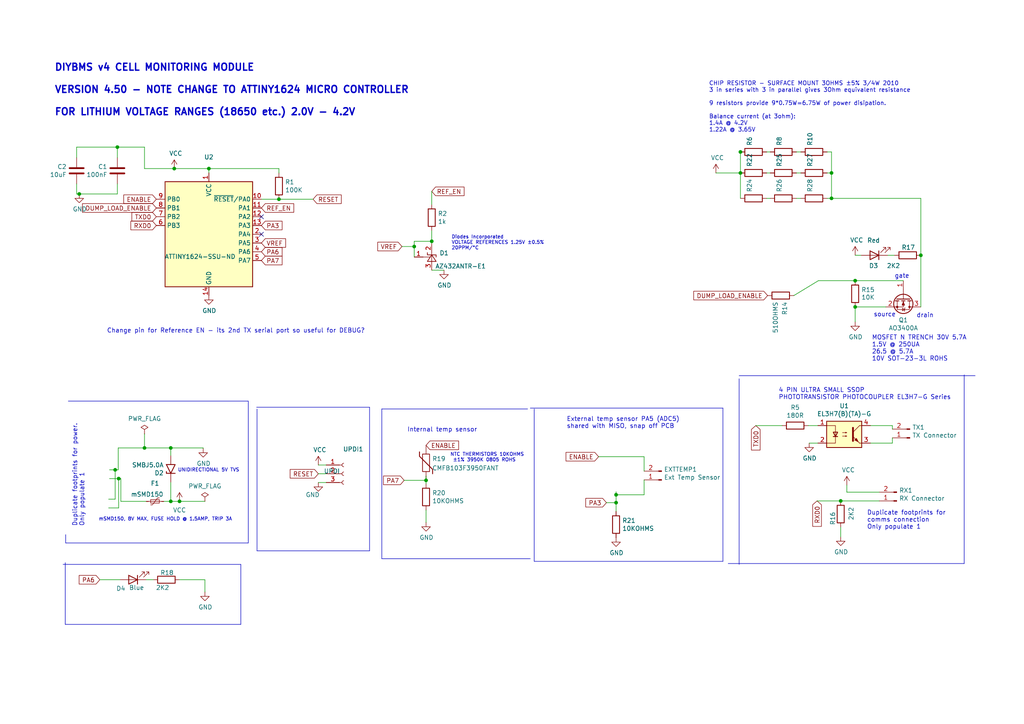
<source format=kicad_sch>
(kicad_sch (version 20230121) (generator eeschema)
  (paper "A4")
  (title_block (title "DIYBMS cell monitoring module") (date "2021-01-31") (rev "4.5") (company "Stuart Pittaway"))
  (lib_symbols
    (symbol "Device:C" (pin_numbers hide) (pin_names (offset 0.254))
      (property "Reference" "C" (at 0.635 2.54 0))
      (property "Value" "C" (at 0.635 -2.54 0))
      (symbol "C_0_1"
        (polyline (pts (xy -2.032 -0.762) (xy 2.032 -0.762)) (stroke (width 0.508)))
        (polyline (pts (xy -2.032 0.762) (xy 2.032 0.762)) (stroke (width 0.508)))
      )
      (symbol "C_1_1"
        (pin passive line (at 0 3.81 270) (length 2.794) (name "~") (number "1"))
        (pin passive line (at 0 -3.81 90) (length 2.794) (name "~") (number "2"))
      )
    )
    (symbol "Device:LED" (pin_numbers hide) (pin_names (offset 1.016) hide)
      (property "Reference" "D" (at 0 2.54 0))
      (property "Value" "LED" (at 0 -2.54 0))
      (symbol "LED_0_1"
        (polyline (pts (xy -1.27 -1.27) (xy -1.27 1.27)) (stroke (width 0.254)))
        (polyline (pts (xy -1.27 0) (xy 1.27 0)))
        (polyline (pts (xy 1.27 -1.27) (xy 1.27 1.27) (xy -1.27 0) (xy 1.27 -1.27)) (stroke (width 0.254)))
        (polyline (pts (xy -3.048 -0.762) (xy -4.572 -2.286) (xy -3.81 -2.286) (xy -4.572 -2.286) (xy -4.572 -1.524)))
        (polyline (pts (xy -1.778 -0.762) (xy -3.302 -2.286) (xy -2.54 -2.286) (xy -3.302 -2.286) (xy -3.302 -1.524)))
      )
      (symbol "LED_1_1"
        (pin passive line (at -3.81 0 0) (length 2.54) (name "K") (number "1"))
        (pin passive line (at 3.81 0 180) (length 2.54) (name "A") (number "2"))
      )
    )
    (symbol "Device:Polyfuse_Small" (pin_numbers hide) (pin_names (offset 0))
      (property "Reference" "F" (at -1.905 0 90))
      (property "Value" "Polyfuse_Small" (at 1.905 0 90))
      (symbol "Polyfuse_Small_0_1"
        (rectangle (start -0.508 1.27) (end 0.508 -1.27))
        (polyline (pts (xy 0 2.54) (xy 0 -2.54)))
        (polyline (pts (xy -1.016 1.27) (xy -1.016 0.762) (xy 1.016 -0.762) (xy 1.016 -1.27)))
      )
      (symbol "Polyfuse_Small_1_1"
        (pin passive line (at 0 2.54 270) (length 0.635) (name "~") (number "1"))
        (pin passive line (at 0 -2.54 90) (length 0.635) (name "~") (number "2"))
      )
    )
    (symbol "Device:Q_NMOS_GSD" (pin_names (offset 0) hide)
      (property "Reference" "Q" (at 5.08 1.27 0))
      (property "Value" "Q_NMOS_GSD" (at 5.08 -1.27 0))
      (symbol "Q_NMOS_GSD_0_1"
        (polyline (pts (xy 0.254 0) (xy -2.54 0)))
        (polyline (pts (xy 0.254 1.905) (xy 0.254 -1.905)) (stroke (width 0.254)))
        (polyline (pts (xy 0.762 -1.27) (xy 0.762 -2.286)) (stroke (width 0.254)))
        (polyline (pts (xy 0.762 0.508) (xy 0.762 -0.508)) (stroke (width 0.254)))
        (polyline (pts (xy 0.762 2.286) (xy 0.762 1.27)) (stroke (width 0.254)))
        (polyline (pts (xy 2.54 2.54) (xy 2.54 1.778)))
        (polyline (pts (xy 2.54 -2.54) (xy 2.54 0) (xy 0.762 0)))
        (polyline (pts (xy 0.762 -1.778) (xy 3.302 -1.778) (xy 3.302 1.778) (xy 0.762 1.778)))
        (polyline (pts (xy 1.016 0) (xy 2.032 0.381) (xy 2.032 -0.381) (xy 1.016 0)) (fill (type outline)))
        (polyline (pts (xy 2.794 0.508) (xy 2.921 0.381) (xy 3.683 0.381) (xy 3.81 0.254)))
        (polyline (pts (xy 3.302 0.381) (xy 2.921 -0.254) (xy 3.683 -0.254) (xy 3.302 0.381)))
        (circle (center 1.651 0) (radius 2.794) (stroke (width 0.254)))
        (circle (center 2.54 -1.778) (radius 0.254) (fill (type outline)))
        (circle (center 2.54 1.778) (radius 0.254) (fill (type outline)))
      )
      (symbol "Q_NMOS_GSD_1_1"
        (pin input line (at -5.08 0 0) (length 2.54) (name "G") (number "1"))
        (pin passive line (at 2.54 -5.08 90) (length 2.54) (name "S") (number "2"))
        (pin passive line (at 2.54 5.08 270) (length 2.54) (name "D") (number "3"))
      )
    )
    (symbol "Device:R" (pin_numbers hide) (pin_names (offset 0))
      (property "Reference" "R" (at 2.032 0 90))
      (property "Value" "R" (at 0 0 90))
      (symbol "R_0_1"
        (rectangle (start -1.016 -2.54) (end 1.016 2.54) (stroke (width 0.254)))
      )
      (symbol "R_1_1"
        (pin passive line (at 0 3.81 270) (length 1.27) (name "~") (number "1"))
        (pin passive line (at 0 -3.81 90) (length 1.27) (name "~") (number "2"))
      )
    )
    (symbol "Device:Thermistor" (pin_numbers hide) (pin_names (offset 0))
      (property "Reference" "TH" (at 2.54 1.27 90))
      (property "Value" "Thermistor" (at -2.54 0 90))
      (symbol "Thermistor_0_1"
        (rectangle (start -1.016 2.54) (end 1.016 -2.54) (stroke (width 0.2032)))
        (polyline (pts (xy -1.905 3.175) (xy -1.905 1.905) (xy 1.905 -1.905) (xy 1.905 -3.175) (xy 1.905 -3.175)) (stroke (width 0.254)))
      )
      (symbol "Thermistor_1_1"
        (pin passive line (at 0 5.08 270) (length 2.54) (name "~") (number "1"))
        (pin passive line (at 0 -5.08 90) (length 2.54) (name "~") (number "2"))
      )
    )
    (symbol "Diode:SM6T6V8A" (pin_numbers hide) (pin_names (offset 1.016) hide)
      (property "Reference" "D" (at 0 2.54 0))
      (property "Value" "SM6T6V8A" (at 0 -2.54 0))
      (symbol "SM6T6V8A_0_1"
        (polyline (pts (xy -0.762 1.27) (xy -1.27 1.27) (xy -1.27 -1.27)) (stroke (width 0.254)))
        (polyline (pts (xy 1.27 1.27) (xy 1.27 -1.27) (xy -1.27 0) (xy 1.27 1.27)) (stroke (width 0.254)))
      )
      (symbol "SM6T6V8A_1_1"
        (pin passive line (at -3.81 0 0) (length 2.54) (name "A1") (number "1"))
        (pin passive line (at 3.81 0 180) (length 2.54) (name "A2") (number "2"))
      )
    )
    (symbol "Isolator:PC817" (pin_names (offset 1.016))
      (property "Reference" "U" (at -5.08 5.08 0))
      (property "Value" "PC817" (at 0 5.08 0))
      (symbol "PC817_0_1"
        (rectangle (start -5.08 3.81) (end 5.08 -3.81) (stroke (width 0.254)) (fill (type background)))
        (polyline (pts (xy -3.175 -0.635) (xy -1.905 -0.635)) (stroke (width 0.254)))
        (polyline (pts (xy 2.54 0.635) (xy 4.445 2.54)))
        (polyline (pts (xy 4.445 -2.54) (xy 2.54 -0.635)) (fill (type outline)))
        (polyline (pts (xy 4.445 -2.54) (xy 5.08 -2.54)))
        (polyline (pts (xy 4.445 2.54) (xy 5.08 2.54)))
        (polyline (pts (xy -5.08 2.54) (xy -2.54 2.54) (xy -2.54 -0.635)))
        (polyline (pts (xy -2.54 -0.635) (xy -2.54 -2.54) (xy -5.08 -2.54)))
        (polyline (pts (xy 2.54 1.905) (xy 2.54 -1.905) (xy 2.54 -1.905)) (stroke (width 0.508)))
        (polyline (pts (xy -2.54 -0.635) (xy -3.175 0.635) (xy -1.905 0.635) (xy -2.54 -0.635)) (stroke (width 0.254)))
        (polyline (pts (xy -0.508 -0.508) (xy 0.762 -0.508) (xy 0.381 -0.635) (xy 0.381 -0.381) (xy 0.762 -0.508)))
        (polyline (pts (xy -0.508 0.508) (xy 0.762 0.508) (xy 0.381 0.381) (xy 0.381 0.635) (xy 0.762 0.508)))
        (polyline (pts (xy 3.048 -1.651) (xy 3.556 -1.143) (xy 4.064 -2.159) (xy 3.048 -1.651) (xy 3.048 -1.651)) (fill (type outline)))
      )
      (symbol "PC817_1_1"
        (pin passive line (at -7.62 2.54 0) (length 2.54) (name "~") (number "1"))
        (pin passive line (at -7.62 -2.54 0) (length 2.54) (name "~") (number "2"))
        (pin passive line (at 7.62 -2.54 180) (length 2.54) (name "~") (number "3"))
        (pin passive line (at 7.62 2.54 180) (length 2.54) (name "~") (number "4"))
      )
    )
    (symbol "MCU_Microchip_ATtiny:ATtiny1614-SS"
      (property "Reference" "U" (at -12.7 16.51 0))
      (property "Value" "ATtiny1614-SS" (at 2.54 -16.51 0))
      (symbol "ATtiny1614-SS_0_1"
        (rectangle (start -12.7 -15.24) (end 12.7 15.24) (stroke (width 0.254)) (fill (type background)))
      )
      (symbol "ATtiny1614-SS_1_1"
        (pin power_in line (at 0 17.78 270) (length 2.54) (name "VCC") (number "1"))
        (pin bidirectional line (at 15.24 10.16 180) (length 2.54) (name "~{RESET}/PA0") (number "10"))
        (pin bidirectional line (at 15.24 7.62 180) (length 2.54) (name "PA1") (number "11"))
        (pin bidirectional line (at 15.24 5.08 180) (length 2.54) (name "PA2") (number "12"))
        (pin bidirectional line (at 15.24 2.54 180) (length 2.54) (name "PA3") (number "13"))
        (pin power_in line (at 0 -17.78 90) (length 2.54) (name "GND") (number "14"))
        (pin bidirectional line (at 15.24 0 180) (length 2.54) (name "PA4") (number "2"))
        (pin bidirectional line (at 15.24 -2.54 180) (length 2.54) (name "PA5") (number "3"))
        (pin bidirectional line (at 15.24 -5.08 180) (length 2.54) (name "PA6") (number "4"))
        (pin bidirectional line (at 15.24 -7.62 180) (length 2.54) (name "PA7") (number "5"))
        (pin bidirectional line (at -15.24 2.54 0) (length 2.54) (name "PB3") (number "6"))
        (pin bidirectional line (at -15.24 5.08 0) (length 2.54) (name "PB2") (number "7"))
        (pin bidirectional line (at -15.24 7.62 0) (length 2.54) (name "PB1") (number "8"))
        (pin bidirectional line (at -15.24 10.16 0) (length 2.54) (name "PB0") (number "9"))
      )
    )
    (symbol "ModuleV450-rescue:Conn_01x02_Male-Connector" (pin_names (offset 1.016) hide)
      (property "Reference" "J" (at 0 2.54 0))
      (property "Value" "Connector_Conn_01x02_Male" (at 0 -5.08 0))
      (symbol "Conn_01x02_Male-Connector_1_1"
        (polyline (pts (xy 1.27 -2.54) (xy 0.8636 -2.54)) (stroke (width 0.1524)))
        (polyline (pts (xy 1.27 0) (xy 0.8636 0)) (stroke (width 0.1524)))
        (rectangle (start 0.8636 -2.413) (end 0 -2.667) (stroke (width 0.1524)) (fill (type outline)))
        (rectangle (start 0.8636 0.127) (end 0 -0.127) (stroke (width 0.1524)) (fill (type outline)))
        (pin passive line (at 5.08 0 180) (length 3.81) (name "Pin_1") (number "1"))
        (pin passive line (at 5.08 -2.54 180) (length 3.81) (name "Pin_2") (number "2"))
      )
    )
    (symbol "ModuleV450-rescue:Conn_01x03_Female-Connector" (pin_names (offset 1.016) hide)
      (property "Reference" "J" (at 0 5.08 0))
      (property "Value" "Connector_Conn_01x03_Female" (at 0 -5.08 0))
      (symbol "Conn_01x03_Female-Connector_1_1"
        (arc (start 0 -2.032) (mid -0.5058 -2.54) (end 0 -3.048) (stroke (width 0.1524)))
        (polyline (pts (xy -1.27 -2.54) (xy -0.508 -2.54)) (stroke (width 0.1524)))
        (polyline (pts (xy -1.27 0) (xy -0.508 0)) (stroke (width 0.1524)))
        (polyline (pts (xy -1.27 2.54) (xy -0.508 2.54)) (stroke (width 0.1524)))
        (arc (start 0 0.508) (mid -0.5058 0) (end 0 -0.508) (stroke (width 0.1524)))
        (arc (start 0 3.048) (mid -0.5058 2.54) (end 0 2.032) (stroke (width 0.1524)))
        (pin passive line (at -5.08 2.54 0) (length 3.81) (name "Pin_1") (number "1"))
        (pin passive line (at -5.08 0 0) (length 3.81) (name "Pin_2") (number "2"))
        (pin passive line (at -5.08 -2.54 0) (length 3.81) (name "Pin_3") (number "3"))
      )
    )
    (symbol "Reference_Voltage:LM385Z-ADJ" (pin_names (offset 0.0254) hide)
      (property "Reference" "U" (at 1.905 3.81 0))
      (property "Value" "LM385Z-ADJ" (at 0 -3.175 0))
      (symbol "LM385Z-ADJ_0_1"
        (polyline (pts (xy 0 2.54) (xy 0 0.381)))
        (polyline (pts (xy -1.27 0) (xy 0 0) (xy 1.27 0)))
        (polyline (pts (xy -1.27 -1.27) (xy 0.635 0) (xy -1.27 1.27) (xy -1.27 -1.27)) (stroke (width 0.2032)))
        (polyline (pts (xy 0 -1.27) (xy 0.635 -1.27) (xy 0.635 1.27) (xy 1.27 1.27)) (stroke (width 0.2032)))
      )
      (symbol "LM385Z-ADJ_1_1"
        (pin input line (at 0 5.08 270) (length 2.54) (name "FB") (number "1"))
        (pin passive line (at 3.81 0 180) (length 2.54) (name "K") (number "2"))
        (pin passive line (at -3.81 0 0) (length 2.54) (name "A") (number "3"))
      )
    )
    (symbol "power:GND" (power) (pin_names (offset 0))
      (property "Value" "GND" (at 0 -3.81 0))
      (symbol "GND_0_1"
        (polyline (pts (xy 0 0) (xy 0 -1.27) (xy 1.27 -1.27) (xy 0 -2.54) (xy -1.27 -1.27) (xy 0 -1.27)))
      )
      (symbol "GND_1_1"
        (pin power_in line (at 0 0 270) (length 0) hide (name "GND") (number "1"))
      )
    )
    (symbol "power:PWR_FLAG" (power) (pin_numbers hide) (pin_names (offset 0) hide)
      (property "Value" "PWR_FLAG" (at 0 3.81 0))
      (symbol "PWR_FLAG_0_0"
        (pin power_out line (at 0 0 90) (length 0) (name "pwr") (number "1"))
      )
      (symbol "PWR_FLAG_0_1"
        (polyline (pts (xy 0 0) (xy 0 1.27) (xy -1.016 1.905) (xy 0 2.54) (xy 1.016 1.905) (xy 0 1.27)))
      )
    )
    (symbol "power:VCC" (power) (pin_names (offset 0))
      (property "Value" "VCC" (at 0 3.81 0))
      (symbol "VCC_0_1"
        (polyline (pts (xy -0.762 1.27) (xy 0 2.54)))
        (polyline (pts (xy 0 0) (xy 0 2.54)))
        (polyline (pts (xy 0 2.54) (xy 0.762 1.27)))
      )
      (symbol "VCC_1_1"
        (pin power_in line (at 0 0 90) (length 0) hide (name "VCC") (number "1"))
      )
    )
  )
  (junction (at 243.84 145.288))
  (junction (at 41.91 129.921))
  (junction (at 50.546 48.895))
  (junction (at 49.53 145.415))
  (junction (at 33.401 136.271))
  (junction (at 120.142 71.501))
  (junction (at 241.173 57.531))
  (junction (at 214.757 44.069))
  (junction (at 248.031 89.027))
  (junction (at 80.899 57.785))
  (junction (at 178.689 145.796))
  (junction (at 125.222 69.977))
  (junction (at 34.417 138.811))
  (junction (at 241.173 50.165))
  (junction (at 248.031 81.407))
  (junction (at 49.53 129.921))
  (junction (at 214.757 50.165))
  (junction (at 123.571 139.319))
  (junction (at 22.987 56.261))
  (junction (at 52.07 145.415))
  (junction (at 60.579 48.895))
  (junction (at 267.081 74.041))
  (junction (at 34.036 42.672))
  (junction (at 178.689 143.51))
  (no_connect (at 75.819 67.945))
  (no_connect (at 75.819 62.865))
  (wire (pts (xy 241.173 57.531) (xy 267.081 57.531)))
  (wire (pts (xy 222.377 44.069) (xy 223.393 44.069)))
  (wire (pts (xy 234.696 128.524) (xy 237.236 128.524)))
  (wire (pts (xy 42.418 168.148) (xy 44.45 168.148)))
  (wire (pts (xy 241.173 44.069) (xy 241.173 50.165)))
  (wire (pts (xy 60.579 48.895) (xy 80.899 48.895)))
  (wire (pts (xy 75.819 57.785) (xy 80.899 57.785)))
  (wire (pts (xy 22.225 53.34) (xy 22.225 56.261)))
  (wire (pts (xy 92.329 134.874) (xy 94.615 134.874)))
  (polyline (pts (xy 154.94 162.814) (xy 154.94 118.618)))
  (polyline (pts (xy 110.744 162.052) (xy 153.797 162.052)))
  (wire (pts (xy 60.579 50.165) (xy 60.579 48.895)))
  (wire (pts (xy 248.031 89.027) (xy 248.031 93.345)))
  (wire (pts (xy 59.436 168.148) (xy 59.436 171.704)))
  (wire (pts (xy 35.052 145.415) (xy 42.418 145.415)))
  (wire (pts (xy 58.928 129.921) (xy 58.928 130.048)))
  (wire (pts (xy 178.689 143.51) (xy 186.817 143.51)))
  (wire (pts (xy 123.571 139.319) (xy 117.221 139.319)))
  (wire (pts (xy 49.53 129.921) (xy 41.91 129.921)))
  (wire (pts (xy 175.895 145.796) (xy 178.689 145.796)))
  (wire (pts (xy 252.476 128.524) (xy 258.826 128.524)))
  (polyline (pts (xy 74.549 159.766) (xy 74.549 118.618)))
  (wire (pts (xy 231.013 44.069) (xy 232.283 44.069)))
  (wire (pts (xy 178.689 143.51) (xy 178.689 142.621)))
  (wire (pts (xy 239.903 44.069) (xy 241.173 44.069)))
  (wire (pts (xy 41.91 42.672) (xy 34.036 42.672)))
  (wire (pts (xy 41.91 129.921) (xy 41.91 125.857)))
  (wire (pts (xy 267.081 57.531) (xy 267.081 74.041)))
  (wire (pts (xy 47.498 145.415) (xy 49.53 145.415)))
  (wire (pts (xy 22.225 56.261) (xy 22.987 56.261)))
  (wire (pts (xy 123.571 138.049) (xy 123.571 139.319)))
  (wire (pts (xy 120.142 71.501) (xy 120.142 69.977)))
  (polyline (pts (xy 209.677 118.364) (xy 209.677 162.814)))
  (wire (pts (xy 125.222 70.739) (xy 125.222 69.977)))
  (wire (pts (xy 50.546 48.895) (xy 41.91 48.895)))
  (wire (pts (xy 173.609 132.461) (xy 186.817 132.461)))
  (wire (pts (xy 41.91 48.895) (xy 41.91 42.672)))
  (wire (pts (xy 49.53 139.827) (xy 49.53 145.415)))
  (wire (pts (xy 125.222 55.499) (xy 125.222 59.309)))
  (polyline (pts (xy 279.654 163.449) (xy 279.654 108.712)))
  (wire (pts (xy 34.036 42.672) (xy 34.036 45.72)))
  (wire (pts (xy 33.401 136.271) (xy 33.401 144.78)))
  (polyline (pts (xy 19.05 157.48) (xy 19.05 155.067)))
  (wire (pts (xy 60.579 48.895) (xy 50.546 48.895)))
  (polyline (pts (xy 153.797 118.364) (xy 209.677 118.364)))
  (polyline (pts (xy 18.923 181.102) (xy 18.923 163.195)))
  (wire (pts (xy 31.75 136.271) (xy 33.401 136.271)))
  (wire (pts (xy 80.899 48.895) (xy 80.899 50.165)))
  (wire (pts (xy 120.142 74.549) (xy 120.142 71.501)))
  (wire (pts (xy 252.476 123.444) (xy 258.826 123.444)))
  (wire (pts (xy 35.052 138.811) (xy 35.052 145.415)))
  (wire (pts (xy 120.142 71.501) (xy 116.586 71.501)))
  (wire (pts (xy 241.173 50.165) (xy 241.173 57.531)))
  (wire (pts (xy 125.222 69.977) (xy 125.222 66.929)))
  (wire (pts (xy 256.921 89.027) (xy 248.031 89.027)))
  (wire (pts (xy 214.757 50.165) (xy 214.757 57.531)))
  (wire (pts (xy 22.225 42.672) (xy 34.036 42.672)))
  (wire (pts (xy 94.615 137.414) (xy 92.329 137.414)))
  (polyline (pts (xy 18.288 163.703) (xy 69.85 163.703)))
  (polyline (pts (xy 74.422 118.11) (xy 107.188 118.11)))
  (polyline (pts (xy 19.812 116.332) (xy 72.009 116.332)))
  (wire (pts (xy 245.618 142.748) (xy 245.618 140.716)))
  (wire (pts (xy 52.07 168.148) (xy 59.436 168.148)))
  (wire (pts (xy 178.689 145.796) (xy 178.689 143.51)))
  (wire (pts (xy 257.429 74.041) (xy 259.461 74.041)))
  (wire (pts (xy 267.081 74.041) (xy 267.081 89.027)))
  (wire (pts (xy 125.222 78.359) (xy 128.778 78.359)))
  (wire (pts (xy 243.84 145.288) (xy 255.016 145.288)))
  (wire (pts (xy 258.826 123.444) (xy 258.826 124.46)))
  (wire (pts (xy 245.618 142.748) (xy 255.016 142.748)))
  (wire (pts (xy 123.571 151.511) (xy 123.571 147.955)))
  (wire (pts (xy 123.571 139.319) (xy 123.571 140.335)))
  (wire (pts (xy 80.899 57.785) (xy 90.805 57.785)))
  (polyline (pts (xy 110.744 118.618) (xy 110.744 162.052)))
  (wire (pts (xy 239.903 57.531) (xy 241.173 57.531)))
  (wire (pts (xy 239.903 50.165) (xy 241.173 50.165)))
  (wire (pts (xy 34.417 147.32) (xy 34.417 138.811)))
  (polyline (pts (xy 211.201 163.449) (xy 279.654 163.449)))
  (wire (pts (xy 231.013 57.531) (xy 232.283 57.531)))
  (polyline (pts (xy 209.677 162.814) (xy 154.94 162.814)))
  (wire (pts (xy 231.013 50.165) (xy 232.283 50.165)))
  (wire (pts (xy 33.401 144.78) (xy 31.496 144.78)))
  (polyline (pts (xy 214.376 109.855) (xy 214.376 163.703)))
  (wire (pts (xy 222.377 50.165) (xy 223.393 50.165)))
  (polyline (pts (xy 107.188 118.11) (xy 107.188 159.766)))
  (wire (pts (xy 120.142 69.977) (xy 125.222 69.977)))
  (wire (pts (xy 237.363 81.407) (xy 230.251 85.725)))
  (wire (pts (xy 34.29 129.921) (xy 41.91 129.921)))
  (wire (pts (xy 234.442 123.444) (xy 237.236 123.444)))
  (wire (pts (xy 237.363 81.407) (xy 248.031 81.407)))
  (polyline (pts (xy 69.85 163.703) (xy 69.85 181.102)))
  (wire (pts (xy 22.987 56.261) (xy 34.036 56.261)))
  (polyline (pts (xy 69.85 181.102) (xy 18.923 181.102)))
  (wire (pts (xy 34.417 138.811) (xy 35.052 138.811)))
  (wire (pts (xy 178.689 148.336) (xy 178.689 145.796)))
  (wire (pts (xy 31.75 138.811) (xy 34.417 138.811)))
  (polyline (pts (xy 107.188 159.766) (xy 74.549 159.766)))
  (polyline (pts (xy 72.009 157.48) (xy 19.05 157.48)))
  (wire (pts (xy 22.225 45.72) (xy 22.225 42.672)))
  (wire (pts (xy 52.07 145.415) (xy 59.436 145.415)))
  (polyline (pts (xy 153.035 118.618) (xy 110.744 118.618)))
  (wire (pts (xy 49.53 129.921) (xy 58.928 129.921)))
  (wire (pts (xy 214.757 50.165) (xy 207.645 50.165)))
  (polyline (pts (xy 72.009 116.332) (xy 72.009 157.48)))
  (polyline (pts (xy 282.829 108.966) (xy 214.376 108.966)))
  (wire (pts (xy 262.001 81.407) (xy 248.031 81.407)))
  (wire (pts (xy 186.817 143.51) (xy 186.817 139.192)))
  (wire (pts (xy 186.817 132.461) (xy 186.817 136.652)))
  (wire (pts (xy 222.377 57.531) (xy 223.393 57.531)))
  (wire (pts (xy 236.982 145.288) (xy 243.84 145.288)))
  (wire (pts (xy 214.757 44.069) (xy 215.011 44.069)))
  (wire (pts (xy 214.757 50.165) (xy 214.757 44.069)))
  (wire (pts (xy 248.031 74.041) (xy 249.809 74.041)))
  (wire (pts (xy 49.53 132.207) (xy 49.53 129.921)))
  (wire (pts (xy 243.84 152.908) (xy 243.84 155.702)))
  (wire (pts (xy 33.401 136.271) (xy 34.29 136.271)))
  (wire (pts (xy 226.822 123.444) (xy 219.202 123.444)))
  (wire (pts (xy 34.036 53.34) (xy 34.036 56.261)))
  (wire (pts (xy 34.798 168.148) (xy 28.956 168.148)))
  (wire (pts (xy 49.53 145.415) (xy 52.07 145.415)))
  (wire (pts (xy 258.826 128.524) (xy 258.826 127)))
  (wire (pts (xy 34.29 129.921) (xy 34.29 136.271)))
  (wire (pts (xy 31.496 147.32) (xy 34.417 147.32)))
  (wire (pts (xy 94.615 139.954) (xy 92.329 139.954)))
  (text "drain" (at 265.811 92.329 0) (effects (font (size 1.27 1.27)) (justify left bottom)))
  (text "4 PIN ULTRA SMALL SSOP\nPHOTOTRANSISTOR PHOTOCOUPLER EL3H7-G Series\n" (at 225.806 116.078 0) (effects (font (size 1.27 1.27)) (justify left bottom)))
  (text "gate" (at 259.461 80.899 0) (effects (font (size 1.27 1.27)) (justify left bottom)))
  (text "UNIDIRECTIONAL 5V TVS " (at 51.562 137.033 0) (effects (font (size 0.9906 0.9906)) (justify left bottom)))
  (text "MOSFET N TRENCH 30V 5.7A \n1.5V @ 250UA \n26.5 @ 5.7A\n10V SOT-23-3L ROHS" (at 252.857 104.902 0) (effects (font (size 1.27 1.27)) (justify left bottom)))
  (text "External temp sensor PA5 (ADC5) \nshared with MISO, snap off PCB" (at 164.338 124.46 0) (effects (font (size 1.27 1.27)) (justify left bottom)))
  (text "Change pin for Reference EN - its 2nd TX serial port so useful for DEBUG?" (at 30.988 96.774 0) (effects (font (size 1.27 1.27)) (justify left bottom)))
  (text "DIYBMS v4 CELL MONITORING MODULE\n\nVERSION 4.50 - NOTE CHANGE TO ATTINY1624 MICRO CONTROLLER\n\nFOR LITHIUM VOLTAGE RANGES (18650 etc.) 2.0V - 4.2V" (at 15.748 33.782 0) (effects (font (size 2.0066 2.0066) (thickness 0.4013) bold) (justify left bottom)))
  (text "source" (at 253.365 92.075 0) (effects (font (size 1.27 1.27)) (justify left bottom)))
  (text "Duplicate footprints for \ncomms connection\nOnly populate 1" (at 251.46 153.67 0) (effects (font (size 1.27 1.27)) (justify left bottom)))
  (text "NTC THERMISTORS 10KOHMS\n ±1% 3950K 0805 ROHS" (at 130.556 134.112 0) (effects (font (size 0.9906 0.9906)) (justify left bottom)))
  (text "CHIP RESISTOR - SURFACE MOUNT 3OHMS ±5% 3/4W 2010\n3 in series with 3 in parallel gives 3Ohm equivalent resistance\n\n9 resistors provide 9*0.75W=6.75W of power disipation.\n\nBalance current (at 3ohm):\n1.4A @ 4.2V\n1.22A @ 3.65V" (at 205.613 38.481 0) (effects (font (size 1.1938 1.1938)) (justify left bottom)))
  (text "mSMD150, 8V MAX, FUSE HOLD @ 1.5AMP, TRIP 3A" (at 28.575 151.257 0) (effects (font (size 0.9906 0.9906)) (justify left bottom)))
  (text "Internal temp sensor" (at 118.11 125.476 0) (effects (font (size 1.27 1.27)) (justify left bottom)))
  (text "Diodes Incorporated\nVOLTAGE REFERENCES 1.25V ±0.5% \n20PPM/°C" (at 130.937 72.644 0) (effects (font (size 0.9906 0.9906)) (justify left bottom)))
  (text "Duplicate footprints for power. \nOnly populate 1" (at 24.511 152.781 90) (effects (font (size 1.27 1.27)) (justify left bottom)))
  (global_label "ENABLE" (shape input) (at 173.609 132.461 180) (property "Intersheetrefs" "${INTERSHEET_REFS}" (effects hide)))
  (global_label "DUMP_LOAD_ENABLE" (shape input) (at 222.631 85.725 180) (property "Intersheetrefs" "${INTERSHEET_REFS}" (effects hide)))
  (global_label "REF_EN" (shape input) (at 75.819 60.325 0) (property "Intersheetrefs" "${INTERSHEET_REFS}" (effects hide)))
  (global_label "PA7" (shape input) (at 75.819 75.565 0) (property "Intersheetrefs" "${INTERSHEET_REFS}" (effects hide)))
  (global_label "ENABLE" (shape input) (at 123.571 129.159 0) (property "Intersheetrefs" "${INTERSHEET_REFS}" (effects hide)))
  (global_label "RESET" (shape input) (at 90.805 57.785 0) (property "Intersheetrefs" "${INTERSHEET_REFS}" (effects hide)))
  (global_label "REF_EN" (shape input) (at 125.222 55.499 0) (property "Intersheetrefs" "${INTERSHEET_REFS}" (effects hide)))
  (global_label "RXD0" (shape input) (at 45.339 65.405 180) (property "Intersheetrefs" "${INTERSHEET_REFS}" (effects hide)))
  (global_label "RXD0" (shape input) (at 236.982 145.288 270) (property "Intersheetrefs" "${INTERSHEET_REFS}" (effects hide)))
  (global_label "ENABLE" (shape input) (at 45.339 57.785 180) (property "Intersheetrefs" "${INTERSHEET_REFS}" (effects hide)))
  (global_label "VREF" (shape input) (at 116.586 71.501 180) (property "Intersheetrefs" "${INTERSHEET_REFS}" (effects hide)))
  (global_label "PA3" (shape input) (at 75.819 65.405 0) (property "Intersheetrefs" "${INTERSHEET_REFS}" (effects hide)))
  (global_label "PA6" (shape input) (at 75.819 73.025 0) (property "Intersheetrefs" "${INTERSHEET_REFS}" (effects hide)))
  (global_label "VREF" (shape input) (at 75.819 70.485 0) (property "Intersheetrefs" "${INTERSHEET_REFS}" (effects hide)))
  (global_label "DUMP_LOAD_ENABLE" (shape input) (at 45.339 60.325 180) (property "Intersheetrefs" "${INTERSHEET_REFS}" (effects hide)))
  (global_label "PA6" (shape input) (at 28.956 168.148 180) (property "Intersheetrefs" "${INTERSHEET_REFS}" (effects hide)))
  (global_label "TXD0" (shape input) (at 45.339 62.865 180) (property "Intersheetrefs" "${INTERSHEET_REFS}" (effects hide)))
  (global_label "RESET" (shape input) (at 92.329 137.414 180) (property "Intersheetrefs" "${INTERSHEET_REFS}" (effects hide)))
  (global_label "TXD0" (shape input) (at 219.202 123.444 270) (property "Intersheetrefs" "${INTERSHEET_REFS}" (effects hide)))
  (global_label "PA7" (shape input) (at 117.221 139.319 180) (property "Intersheetrefs" "${INTERSHEET_REFS}" (effects hide)))
  (global_label "PA3" (shape input) (at 175.895 145.796 180) (property "Intersheetrefs" "${INTERSHEET_REFS}" (effects hide)))
  (symbol (lib_id "Isolator:PC817") (at 244.856 125.984 0) (unit 1)
    (property "Reference" "U1" (at 244.856 117.729 0))
    (property "Value" "EL3H7(B)(TA)-G" (at 244.856 120.0404 0))
    (property "Footprint" "Package_SO:SOP-4_4.4x2.6mm_P1.27mm" (effects hide))
    (property "Datasheet" "https://datasheet.lcsc.com/szlcsc/Everlight-Elec-EL3H7-B-TA-G_C32565.pdf" (effects hide))
    (property "LCSCStockCode" "C32565" (effects hide))
    (property "PartNumber" "EL3H7(B)(TA)-G" (effects hide))
    (property "JLCPCBRotation" "90" (effects hide))
  )
  (symbol (lib_id "ModuleV450-rescue:Conn_01x02_Male-Connector") (at 263.906 127 180) (unit 1)
    (property "Reference" "TX1" (at 264.5918 123.952 0) (effects (justify right)))
    (property "Value" "TX Connector" (at 264.5918 126.2634 0) (effects (justify right)))
    (property "Footprint" "Connector_PinHeader_2.54mm:PinHeader_1x02_P2.54mm_Horizontal" (effects hide))
    (property "Datasheet" "https://datasheet.lcsc.com/szlcsc/JST-Sales-America-S2B-PH-K-S-LF-SN_C173752.pdf" (effects hide))
    (property "LCSCStockCode" "C492410" (effects hide))
    (property "PartNumber" "PZ254R-11-02P" (effects hide))
  )
  (symbol (lib_id "Device:R") (at 230.632 123.444 270) (unit 1)
    (property "Reference" "R5" (at 230.632 118.1862 90))
    (property "Value" "180R" (at 230.632 120.4976 90))
    (property "Footprint" "Resistor_SMD:R_0805_2012Metric" (effects hide))
    (property "LCSCStockCode" "C25270" (effects hide))
    (property "PartNumber" "0805W8F1800T5E" (effects hide))
  )
  (symbol (lib_id "power:GND") (at 234.696 128.524 0) (unit 1)
    (property "Reference" "#PWR0109" (effects hide))
    (property "Value" "GND" (at 234.823 132.9182 0))
  )
  (symbol (lib_id "Device:R") (at 218.567 44.069 90) (unit 1)
    (property "Reference" "R6" (at 217.3986 42.291 0) (effects (justify left)))
    (property "Value" "3R" (effects hide))
    (property "Footprint" "Resistor_SMD:R_2010_5025Metric" (effects hide))
    (property "LCSCStockCode" "C474300" (effects hide))
    (property "PartNumber" "201007J030JT4E" (effects hide))
  )
  (symbol (lib_id "Device:R") (at 227.203 44.069 90) (unit 1)
    (property "Reference" "R8" (at 226.0346 42.291 0) (effects (justify left)))
    (property "Value" "3R" (effects hide))
    (property "Footprint" "Resistor_SMD:R_2010_5025Metric" (effects hide))
    (property "LCSCStockCode" "C474300" (effects hide))
    (property "PartNumber" "201007J030JT4E" (effects hide))
  )
  (symbol (lib_id "Device:R") (at 236.093 44.069 90) (unit 1)
    (property "Reference" "R10" (at 234.9246 42.291 0) (effects (justify left)))
    (property "Value" "3R" (effects hide))
    (property "Footprint" "Resistor_SMD:R_2010_5025Metric" (effects hide))
    (property "LCSCStockCode" "C474300" (effects hide))
    (property "PartNumber" "201007J030JT4E" (effects hide))
  )
  (symbol (lib_id "Device:Q_NMOS_GSD") (at 262.001 86.487 270) (unit 1)
    (property "Reference" "Q1" (at 262.001 92.837 90))
    (property "Value" "AO3400A" (at 262.001 95.1484 90))
    (property "Footprint" "TO_SOT_Packages_SMD:SOT-23" (effects hide))
    (property "Datasheet" "https://datasheet.lcsc.com/szlcsc/Alpha-Omega-Semicon-AOS-AO3400A_C20917.pdf" (effects hide))
    (property "LCSCStockCode" "C347475" (effects hide))
    (property "PartNumber" "AO3400A" (effects hide))
  )
  (symbol (lib_id "Device:R") (at 248.031 85.217 0) (unit 1)
    (property "Reference" "R15" (at 249.809 84.0486 0) (effects (justify left)))
    (property "Value" "10K" (at 249.809 86.233 0) (effects (justify left)))
    (property "Footprint" "Resistor_SMD:R_0805_2012Metric" (effects hide))
    (property "LCSCStockCode" "C17414" (effects hide))
    (property "PartNumber" "0805W8F1002T5E" (effects hide))
  )
  (symbol (lib_id "power:GND") (at 248.031 93.345 0) (unit 1)
    (property "Reference" "#PWR0110" (effects hide))
    (property "Value" "GND" (at 248.158 97.7392 0))
  )
  (symbol (lib_id "Device:Thermistor") (at 123.571 134.239 0) (unit 1)
    (property "Reference" "R19" (at 125.349 133.0706 0) (effects (justify left)))
    (property "Value" "CMFB103F3950FANT" (at 125.349 135.763 0) (effects (justify left)))
    (property "Footprint" "Resistor_SMD:R_0805_2012Metric" (effects hide))
    (property "Datasheet" "https://datasheet.lcsc.com/szlcsc/Guangdong-Fenghua-Advanced-Tech-CMFB103F3950FANT_C51597.pdf" (effects hide))
    (property "LCSCStockCode" "C51597" (effects hide))
    (property "PartNumber" "CMFB103F3950FANT" (effects hide))
  )
  (symbol (lib_id "Device:R") (at 123.571 144.145 0) (unit 1)
    (property "Reference" "R20" (at 125.349 142.9766 0) (effects (justify left)))
    (property "Value" "10KOHMS" (at 125.349 145.288 0) (effects (justify left)))
    (property "Footprint" "Resistor_SMD:R_0805_2012Metric" (effects hide))
    (property "LCSCStockCode" "C17414" (effects hide))
    (property "PartNumber" "0805W8F1002T5E" (effects hide))
  )
  (symbol (lib_id "power:GND") (at 123.571 151.511 0) (unit 1)
    (property "Reference" "#PWR0115" (effects hide))
    (property "Value" "GND" (at 123.698 155.9052 0))
  )
  (symbol (lib_id "power:VCC") (at 207.645 50.165 0) (unit 1)
    (property "Reference" "#PWR0111" (effects hide))
    (property "Value" "VCC" (at 208.0768 45.7708 0))
  )
  (symbol (lib_id "ModuleV450-rescue:Conn_01x02_Male-Connector") (at 260.096 145.288 180) (unit 1)
    (property "Reference" "RX1" (at 260.7818 142.24 0) (effects (justify right)))
    (property "Value" "RX Connector" (at 260.7818 144.5514 0) (effects (justify right)))
    (property "Footprint" "Connector_PinHeader_2.54mm:PinHeader_1x02_P2.54mm_Horizontal" (effects hide))
    (property "Datasheet" "https://datasheet.lcsc.com/szlcsc/JST-Sales-America-S2B-PH-K-S-LF-SN_C173752.pdf" (effects hide))
    (property "LCSCStockCode" "C492410" (effects hide))
    (property "PartNumber" "PZ254R-11-02P" (effects hide))
  )
  (symbol (lib_id "power:VCC") (at 245.618 140.716 0) (unit 1)
    (property "Reference" "#PWR0112" (effects hide))
    (property "Value" "VCC" (at 246.0498 136.3218 0))
  )
  (symbol (lib_id "power:GND") (at 243.84 155.702 0) (unit 1)
    (property "Reference" "#PWR0113" (effects hide))
    (property "Value" "GND" (at 243.967 160.0962 0))
  )
  (symbol (lib_id "Device:R") (at 243.84 149.098 180) (unit 1)
    (property "Reference" "R16" (at 241.554 150.368 90))
    (property "Value" "2K2" (at 246.888 148.971 90))
    (property "Footprint" "Resistor_SMD:R_0805_2012Metric" (effects hide))
    (property "LCSCStockCode" "C17520" (effects hide))
    (property "PartNumber" "0805W8F2201T5E" (effects hide))
  )
  (symbol (lib_id "Device:R") (at 178.689 152.146 0) (unit 1)
    (property "Reference" "R21" (at 180.467 150.9776 0) (effects (justify left)))
    (property "Value" "10KOHMS" (at 180.467 153.289 0) (effects (justify left)))
    (property "Footprint" "Resistor_SMD:R_0805_2012Metric" (effects hide))
    (property "LCSCStockCode" "C17414" (effects hide))
    (property "PartNumber" "0805W8F1002T5E" (effects hide))
  )
  (symbol (lib_id "power:GND") (at 178.689 155.956 0) (unit 1)
    (property "Reference" "#PWR0116" (effects hide))
    (property "Value" "GND" (at 178.816 160.3502 0))
  )
  (symbol (lib_id "Device:LED") (at 253.619 74.041 180) (unit 1)
    (property "Reference" "D3" (at 253.365 77.089 0))
    (property "Value" "Red" (at 253.365 69.723 0))
    (property "Footprint" "LED_SMD:LED_0805_2012Metric" (effects hide))
    (property "LCSCStockCode" "C84256" (effects hide))
    (property "PartNumber" "NCD0805R1" (effects hide))
  )
  (symbol (lib_id "Device:R") (at 263.271 74.041 270) (unit 1)
    (property "Reference" "R17" (at 261.493 71.755 90) (effects (justify left)))
    (property "Value" "2K2" (at 257.175 77.089 90) (effects (justify left)))
    (property "Footprint" "Resistor_SMD:R_0805_2012Metric" (effects hide))
    (property "LCSCStockCode" "C17520" (effects hide))
    (property "PartNumber" "0805W8F2201T5E" (effects hide))
  )
  (symbol (lib_id "Device:LED") (at 38.608 168.148 180) (unit 1)
    (property "Reference" "D4" (at 35.052 170.688 0))
    (property "Value" "Blue" (at 39.624 170.434 0))
    (property "Footprint" "LED_SMD:LED_0603_1608Metric" (effects hide))
    (property "Datasheet" "https://datasheet.lcsc.com/lcsc/1811101510_Everlight-Elec-19-217-GHC-YR1S2-3T_C72043.pdf" (effects hide))
    (property "LCSCStockCode" "C72043" (effects hide))
    (property "PartNumber" "19-217/GHC-YR1S2/3T" (effects hide))
  )
  (symbol (lib_id "Device:R") (at 48.26 168.148 270) (unit 1)
    (property "Reference" "R18" (at 46.482 166.116 90) (effects (justify left)))
    (property "Value" "2K2" (at 45.212 170.434 90) (effects (justify left)))
    (property "Footprint" "Resistor_SMD:R_0805_2012Metric" (effects hide))
    (property "LCSCStockCode" "C17520" (effects hide))
    (property "PartNumber" "0805W8F2201T5E" (effects hide))
  )
  (symbol (lib_id "power:GND") (at 59.436 171.704 0) (unit 1)
    (property "Reference" "#PWR0114" (effects hide))
    (property "Value" "GND" (at 59.563 176.0982 0))
  )
  (symbol (lib_id "Device:R") (at 226.441 85.725 270) (unit 1)
    (property "Reference" "R14" (at 227.6094 87.503 0) (effects (justify left)))
    (property "Value" "510OHMS" (at 224.917 87.503 0) (effects (justify left)))
    (property "Footprint" "Resistor_SMD:R_0805_2012Metric" (effects hide))
    (property "LCSCStockCode" "C17734" (effects hide))
    (property "PartNumber" "0805W8F5100T5E" (effects hide))
  )
  (symbol (lib_id "power:VCC") (at 248.031 74.041 0) (unit 1)
    (property "Reference" "#PWR0118" (effects hide))
    (property "Value" "VCC" (at 248.4628 69.6468 0))
  )
  (symbol (lib_id "power:VCC") (at 52.07 145.415 0) (unit 1)
    (property "Reference" "#PWR0101" (effects hide))
    (property "Value" "VCC" (at 52.07 147.955 0))
  )
  (symbol (lib_id "power:GND") (at 58.928 130.048 0) (unit 1)
    (property "Reference" "#PWR0102" (effects hide))
    (property "Value" "GND" (at 59.055 134.4422 0))
  )
  (symbol (lib_id "power:PWR_FLAG") (at 41.91 125.857 0) (unit 1)
    (property "Reference" "#FLG0101" (effects hide))
    (property "Value" "PWR_FLAG" (at 41.91 121.4374 0))
  )
  (symbol (lib_id "power:PWR_FLAG") (at 59.436 145.415 0) (unit 1)
    (property "Reference" "#FLG0102" (effects hide))
    (property "Value" "PWR_FLAG" (at 59.436 140.9954 0))
  )
  (symbol (lib_id "Device:C") (at 34.036 49.53 0) (unit 1)
    (property "Reference" "C1" (at 31.1404 48.3616 0) (effects (justify right)))
    (property "Value" "100nF" (at 31.1404 50.673 0) (effects (justify right)))
    (property "Footprint" "Capacitor_SMD:C_0805_2012Metric" (effects hide))
    (property "LCSCStockCode" "C49678" (effects hide))
    (property "PartNumber" "CC0805KRX7R9BB104" (effects hide))
  )
  (symbol (lib_id "power:GND") (at 60.579 85.725 0) (unit 1)
    (property "Reference" "#PWR0105" (effects hide))
    (property "Value" "GND" (at 60.706 90.1192 0))
  )
  (symbol (lib_id "power:VCC") (at 50.546 48.895 0) (unit 1)
    (property "Reference" "#PWR0106" (effects hide))
    (property "Value" "VCC" (at 50.9778 44.5008 0))
  )
  (symbol (lib_id "Reference_Voltage:LM385Z-ADJ") (at 125.222 74.549 90) (unit 1)
    (property "Reference" "D1" (at 127.4572 73.3806 90) (effects (justify right)))
    (property "Value" "AZ432ANTR-E1" (at 126.238 77.216 90) (effects (justify right)))
    (property "Footprint" "Package_TO_SOT_SMD:SOT-23" (effects hide))
    (property "Datasheet" "https://datasheet.lcsc.com/szlcsc/Diodes-Incorporated-AZ432ANTR-E1_C84139.pdf" (effects hide))
    (property "LCSCStockCode" "C84139" (effects hide))
    (property "PartNumber" "AZ432ANTR-E1" (effects hide))
  )
  (symbol (lib_id "Device:R") (at 125.222 63.119 0) (unit 1)
    (property "Reference" "R2" (at 127 61.9506 0) (effects (justify left)))
    (property "Value" "1k" (at 127 64.262 0) (effects (justify left)))
    (property "Footprint" "Resistor_SMD:R_0805_2012Metric" (effects hide))
    (property "LCSCStockCode" "C17513" (effects hide))
    (property "PartNumber" "0805W8F1001T5E" (effects hide))
  )
  (symbol (lib_id "power:GND") (at 128.778 78.359 0) (unit 1)
    (property "Reference" "#PWR0107" (effects hide))
    (property "Value" "GND" (at 128.905 82.7532 0))
  )
  (symbol (lib_id "Device:R") (at 218.567 50.165 90) (unit 1)
    (property "Reference" "R22" (at 217.3986 48.387 0) (effects (justify left)))
    (property "Value" "3R" (effects hide))
    (property "Footprint" "Resistor_SMD:R_2010_5025Metric" (effects hide))
    (property "LCSCStockCode" "C474300" (effects hide))
    (property "PartNumber" "201007J030JT4E" (effects hide))
  )
  (symbol (lib_id "Device:R") (at 227.203 50.165 90) (unit 1)
    (property "Reference" "R25" (at 226.0346 48.387 0) (effects (justify left)))
    (property "Value" "3R" (effects hide))
    (property "Footprint" "Resistor_SMD:R_2010_5025Metric" (effects hide))
    (property "LCSCStockCode" "C474300" (effects hide))
    (property "PartNumber" "201007J030JT4E" (effects hide))
  )
  (symbol (lib_id "Device:R") (at 236.093 50.165 90) (unit 1)
    (property "Reference" "R27" (at 234.9246 48.387 0) (effects (justify left)))
    (property "Value" "3R" (effects hide))
    (property "Footprint" "Resistor_SMD:R_2010_5025Metric" (effects hide))
    (property "LCSCStockCode" "C474300" (effects hide))
    (property "PartNumber" "201007J030JT4E" (effects hide))
  )
  (symbol (lib_id "Device:R") (at 218.567 57.531 90) (unit 1)
    (property "Reference" "R24" (at 217.3986 55.753 0) (effects (justify left)))
    (property "Value" "3R" (effects hide))
    (property "Footprint" "Resistor_SMD:R_2010_5025Metric" (effects hide))
    (property "LCSCStockCode" "C474300" (effects hide))
    (property "PartNumber" "201007J030JT4E" (effects hide))
  )
  (symbol (lib_id "Device:R") (at 227.203 57.531 90) (unit 1)
    (property "Reference" "R26" (at 226.0346 55.753 0) (effects (justify left)))
    (property "Value" "3R" (effects hide))
    (property "Footprint" "Resistor_SMD:R_2010_5025Metric" (effects hide))
    (property "LCSCStockCode" "C474300" (effects hide))
    (property "PartNumber" "201007J030JT4E" (effects hide))
  )
  (symbol (lib_id "Device:R") (at 236.093 57.531 90) (unit 1)
    (property "Reference" "R28" (at 234.9246 55.753 0) (effects (justify left)))
    (property "Value" "3R" (effects hide))
    (property "Footprint" "Resistor_SMD:R_2010_5025Metric" (effects hide))
    (property "LCSCStockCode" "C474300" (effects hide))
    (property "PartNumber" "201007J030JT4E" (effects hide))
  )
  (symbol (lib_id "ModuleV450-rescue:Conn_01x02_Male-Connector") (at 191.897 139.192 180) (unit 1)
    (property "Reference" "EXTTEMP1" (at 192.5828 136.144 0) (effects (justify right)))
    (property "Value" "Ext Temp Sensor" (at 192.5828 138.4554 0) (effects (justify right)))
    (property "Footprint" "Connector_PinHeader_2.54mm:PinHeader_1x02_P2.54mm_Vertical" (effects hide))
    (property "Datasheet" "https://datasheet.lcsc.com/szlcsc/JST-Sales-America-S2B-PH-K-S-LF-SN_C173752.pdf" (effects hide))
    (property "LCSCStockCode" "C265016" (effects hide))
    (property "PartNumber" "S2B-PH-K(LF)(SN)" (effects hide))
  )
  (symbol (lib_id "Device:Polyfuse_Small") (at 44.958 145.415 270) (unit 1)
    (property "Reference" "F1" (at 44.958 140.208 90))
    (property "Value" "mSMD150" (at 42.672 143.383 90))
    (property "Footprint" "Fuse:Fuse_1812_4532Metric" (effects hide))
    (property "Datasheet" "https://datasheet.lcsc.com/szlcsc/TECHFUSE-mSMD150_C70121.pdf" (effects hide))
    (property "LCSCStockCode" "C70121" (effects hide))
    (property "PartNumber" "mSMD150" (effects hide))
  )
  (symbol (lib_id "Diode:SM6T6V8A") (at 49.53 136.017 90) (unit 1)
    (property "Reference" "D2" (at 47.498 137.1854 90) (effects (justify left)))
    (property "Value" "SMBJ5.0A" (at 47.498 134.874 90) (effects (justify left)))
    (property "Footprint" "Diode_SMD:D_SMB" (effects hide))
    (property "Datasheet" "https://datasheet.lcsc.com/szlcsc/1912111437_AnBon-SMBJ5-0A_C440263.pdf" (effects hide))
    (property "LCSCStockCode" "C440263" (effects hide))
  )
  (symbol (lib_id "MCU_Microchip_ATtiny:ATtiny1614-SS") (at 60.579 67.945 0) (unit 1)
    (property "Reference" "U2" (at 60.579 45.5676 0))
    (property "Value" "ATTINY1624-SSU-ND" (at 58.039 74.422 0))
    (property "Footprint" "Package_SO:SOIC-14_3.9x8.7mm_P1.27mm" (effects hide))
    (property "LCSCStockCode" "C3237666" (effects hide))
    (property "PartNumber" "ATTINY1624-SSU-ND" (effects hide))
  )
  (symbol (lib_id "Device:C") (at 22.225 49.53 0) (unit 1)
    (property "Reference" "C2" (at 19.3294 48.3616 0) (effects (justify right)))
    (property "Value" "10uF" (at 19.3294 50.673 0) (effects (justify right)))
    (property "Footprint" "Capacitor_SMD:C_0805_2012Metric" (effects hide))
    (property "LCSCStockCode" "C15850" (effects hide))
    (property "PartNumber" "CL21A106KAYNNNE" (effects hide))
  )
  (symbol (lib_id "power:GND") (at 22.987 56.261 0) (unit 1)
    (property "Reference" "#PWR0103" (effects hide))
    (property "Value" "GND" (at 23.114 60.6552 0))
  )
  (symbol (lib_id "ModuleV450-rescue:Conn_01x03_Female-Connector") (at 99.695 137.414 0) (unit 1)
    (property "Reference" "UPDI1" (at 102.4382 130.2766 0))
    (property "Value" "UPDI" (at 96.266 136.652 0))
    (property "Footprint" "Connector_PinSocket_2.54mm:PinSocket_1x03_P2.54mm_Vertical" (effects hide))
  )
  (symbol (lib_id "power:VCC") (at 92.329 134.874 0) (unit 1)
    (property "Reference" "#PWR0117" (effects hide))
    (property "Value" "VCC" (at 92.7608 130.4798 0))
  )
  (symbol (lib_id "power:GND") (at 92.329 139.954 0) (unit 1)
    (property "Reference" "#PWR0119" (effects hide))
    (property "Value" "GND" (at 90.678 143.51 0))
  )
  (symbol (lib_id "Device:R") (at 80.899 53.975 0) (unit 1)
    (property "Reference" "R1" (at 82.677 52.8066 0) (effects (justify left)))
    (property "Value" "100K" (at 82.677 55.118 0) (effects (justify left)))
    (property "Footprint" "Resistor_SMD:R_0805_2012Metric" (effects hide))
    (property "LCSCStockCode" "C149504" (effects hide))
    (property "PartNumber" "0805W8F1003T5E" (effects hide))
  )
)
</source>
